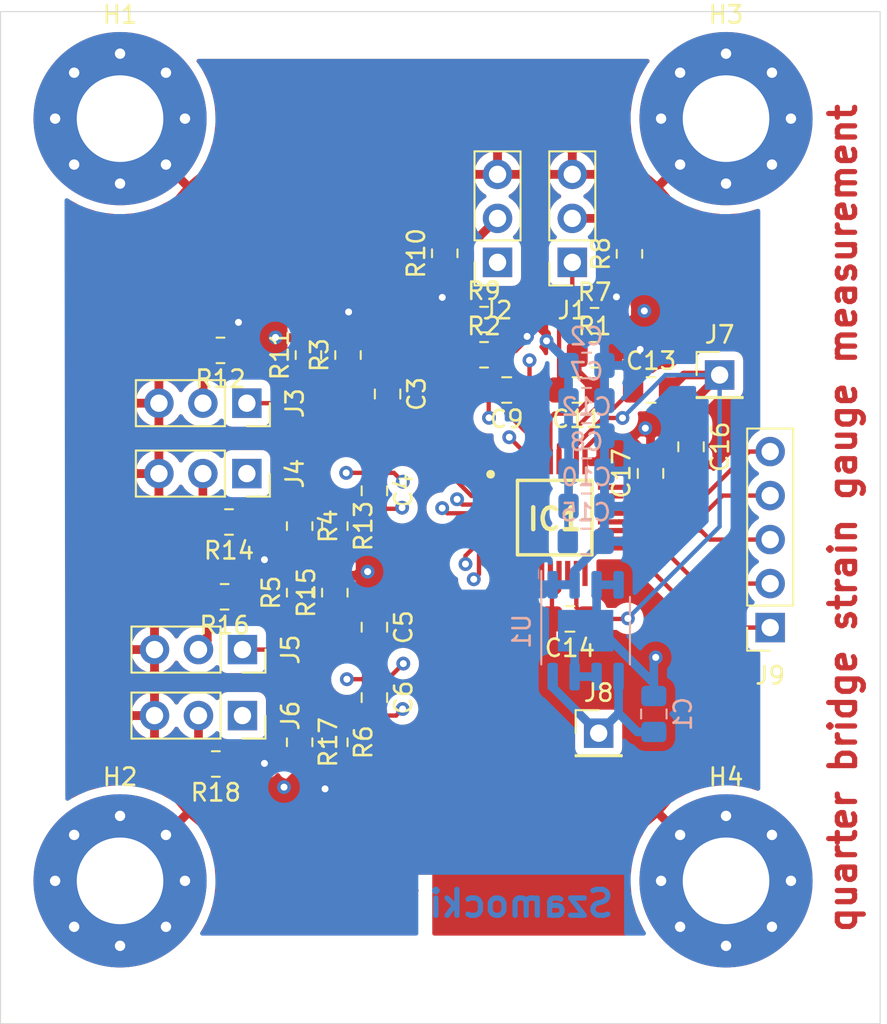
<source format=kicad_pcb>
(kicad_pcb (version 20171130) (host pcbnew "(5.1.12)-1")
  (layers (0 F.Cu signal) (1 In1.Cu signal hide) (2 In2.Cu signal hide) (31 B.Cu signal hide) (35 F.Paste user) (37 F.SilkS user) (39 F.Mask user) (44 Edge.Cuts user))
  (net 0 "")
  (net 1 GND)
  (net 2 12V)
  (net 3 10V)
  (net 4 -V2)
  (net 5 +V2)
  (net 6 +V3)
  (net 7 -V3)
  (net 8 -V4)
  (net 9 +V4)
  (net 10 +V5)
  (net 11 -V5)
  (net 12 +V1)
  (net 13 -V0)
  (net 14 +V0)
  (net 15 3.3V)
  (net 16 "Net-(C17-Pad1)")
  (net 17 "Net-(IC1-Pad9)")
  (net 18 "Net-(IC1-Pad10)")
  (net 19 "Net-(IC1-Pad11)")
  (net 20 "Net-(IC1-Pad12)")
  (net 21 "Net-(IC1-Pad14)")
  (net 22 "Net-(IC1-Pad16)")
  (net 23 "Net-(IC1-Pad18)")
  (net 24 "Net-(IC1-Pad19)")
  (net 25 "Net-(IC1-Pad20)")
  (net 26 "Net-(IC1-Pad22)")
  (net 27 "Net-(IC1-Pad23)")
  (net 28 "Net-(IC1-Pad27)")
  (net 29 "Net-(J1-Pad2)")
  (net 30 "Net-(J2-Pad2)")
  (net 31 "Net-(J3-Pad2)")
  (net 32 "Net-(J4-Pad2)")
  (net 33 "Net-(J5-Pad2)")
  (net 34 "Net-(J6-Pad2)")
  (net 35 -V1)
  (net 36 "Net-(IC1-Pad17)")
  (net 37 "Net-(IC1-Pad21)")
  (module Connector_PinSocket_2.54mm:PinSocket_1x05_P2.54mm_Vertical (layer F.Cu) (at 156.21 130.81 180)
    (fp_text reference J9 (at 0 -2.77) (layer F.SilkS))
    (fp_text value Conn_01x05_Male)
    (pad 5 thru_hole oval (at 0 10.16 180) (size 1.7 1.7) (drill 1) (layers *.Cu *.Mask) (net 37 "Net-(IC1-Pad21)"))
    (pad 4 thru_hole oval (at 0 7.62 180) (size 1.7 1.7) (drill 1) (layers *.Cu *.Mask) (net 25 "Net-(IC1-Pad20)"))
    (pad 3 thru_hole oval (at 0 5.08 180) (size 1.7 1.7) (drill 1) (layers *.Cu *.Mask) (net 24 "Net-(IC1-Pad19)"))
    (pad 2 thru_hole oval (at 0 2.54 180) (size 1.7 1.7) (drill 1) (layers *.Cu *.Mask) (net 23 "Net-(IC1-Pad18)"))
    (pad 1 thru_hole rect (at 0 0 180) (size 1.7 1.7) (drill 1) (layers *.Cu *.Mask) (net 36 "Net-(IC1-Pad17)"))
  )
  (module MountingHole:MountingHole_5mm_Pad_Via (layer F.Cu) (at 153.66 145.43)
    (fp_text reference H4 (at 0 -6) (layer F.SilkS))
    (fp_text value MountingHole_Pad)
    (pad 1 thru_hole circle (at 2.65165 -2.65165) (size 0.9 0.9) (drill 0.6) (layers *.Cu *.Mask) (net 1 GND))
    (pad 1 thru_hole circle (at 0 -3.75) (size 0.9 0.9) (drill 0.6) (layers *.Cu *.Mask) (net 1 GND))
    (pad 1 thru_hole circle (at -2.65165 -2.65165) (size 0.9 0.9) (drill 0.6) (layers *.Cu *.Mask) (net 1 GND))
    (pad 1 thru_hole circle (at -3.75 0) (size 0.9 0.9) (drill 0.6) (layers *.Cu *.Mask) (net 1 GND))
    (pad 1 thru_hole circle (at -2.65165 2.65165) (size 0.9 0.9) (drill 0.6) (layers *.Cu *.Mask) (net 1 GND))
    (pad 1 thru_hole circle (at 0 3.75) (size 0.9 0.9) (drill 0.6) (layers *.Cu *.Mask) (net 1 GND))
    (pad 1 thru_hole circle (at 2.65165 2.65165) (size 0.9 0.9) (drill 0.6) (layers *.Cu *.Mask) (net 1 GND))
    (pad 1 thru_hole circle (at 3.75 0) (size 0.9 0.9) (drill 0.6) (layers *.Cu *.Mask) (net 1 GND))
    (pad 1 thru_hole circle (at 0 0) (size 10 10) (drill 5) (layers *.Cu *.Mask) (net 1 GND))
  )
  (module MountingHole:MountingHole_5mm_Pad_Via (layer F.Cu) (at 153.66 101.43)
    (fp_text reference H3 (at 0 -6) (layer F.SilkS))
    (fp_text value MountingHole_Pad)
    (pad 1 thru_hole circle (at 2.65165 -2.65165) (size 0.9 0.9) (drill 0.6) (layers *.Cu *.Mask) (net 1 GND))
    (pad 1 thru_hole circle (at 0 -3.75) (size 0.9 0.9) (drill 0.6) (layers *.Cu *.Mask) (net 1 GND))
    (pad 1 thru_hole circle (at -2.65165 -2.65165) (size 0.9 0.9) (drill 0.6) (layers *.Cu *.Mask) (net 1 GND))
    (pad 1 thru_hole circle (at -3.75 0) (size 0.9 0.9) (drill 0.6) (layers *.Cu *.Mask) (net 1 GND))
    (pad 1 thru_hole circle (at -2.65165 2.65165) (size 0.9 0.9) (drill 0.6) (layers *.Cu *.Mask) (net 1 GND))
    (pad 1 thru_hole circle (at 0 3.75) (size 0.9 0.9) (drill 0.6) (layers *.Cu *.Mask) (net 1 GND))
    (pad 1 thru_hole circle (at 2.65165 2.65165) (size 0.9 0.9) (drill 0.6) (layers *.Cu *.Mask) (net 1 GND))
    (pad 1 thru_hole circle (at 3.75 0) (size 0.9 0.9) (drill 0.6) (layers *.Cu *.Mask) (net 1 GND))
    (pad 1 thru_hole circle (at 0 0) (size 10 10) (drill 5) (layers *.Cu *.Mask) (net 1 GND))
  )
  (module MountingHole:MountingHole_5mm_Pad_Via (layer F.Cu) (at 118.66 145.43)
    (fp_text reference H2 (at 0 -6) (layer F.SilkS))
    (fp_text value MountingHole_Pad)
    (pad 1 thru_hole circle (at 2.65165 -2.65165) (size 0.9 0.9) (drill 0.6) (layers *.Cu *.Mask) (net 1 GND))
    (pad 1 thru_hole circle (at 0 -3.75) (size 0.9 0.9) (drill 0.6) (layers *.Cu *.Mask) (net 1 GND))
    (pad 1 thru_hole circle (at -2.65165 -2.65165) (size 0.9 0.9) (drill 0.6) (layers *.Cu *.Mask) (net 1 GND))
    (pad 1 thru_hole circle (at -3.75 0) (size 0.9 0.9) (drill 0.6) (layers *.Cu *.Mask) (net 1 GND))
    (pad 1 thru_hole circle (at -2.65165 2.65165) (size 0.9 0.9) (drill 0.6) (layers *.Cu *.Mask) (net 1 GND))
    (pad 1 thru_hole circle (at 0 3.75) (size 0.9 0.9) (drill 0.6) (layers *.Cu *.Mask) (net 1 GND))
    (pad 1 thru_hole circle (at 2.65165 2.65165) (size 0.9 0.9) (drill 0.6) (layers *.Cu *.Mask) (net 1 GND))
    (pad 1 thru_hole circle (at 3.75 0) (size 0.9 0.9) (drill 0.6) (layers *.Cu *.Mask) (net 1 GND))
    (pad 1 thru_hole circle (at 0 0) (size 10 10) (drill 5) (layers *.Cu *.Mask) (net 1 GND))
  )
  (module MountingHole:MountingHole_5mm_Pad_Via (layer F.Cu) (at 118.66 101.43)
    (fp_text reference H1 (at 0 -6) (layer F.SilkS))
    (fp_text value MountingHole_Pad)
    (pad 1 thru_hole circle (at 2.65165 -2.65165) (size 0.9 0.9) (drill 0.6) (layers *.Cu *.Mask) (net 1 GND))
    (pad 1 thru_hole circle (at 0 -3.75) (size 0.9 0.9) (drill 0.6) (layers *.Cu *.Mask) (net 1 GND))
    (pad 1 thru_hole circle (at -2.65165 -2.65165) (size 0.9 0.9) (drill 0.6) (layers *.Cu *.Mask) (net 1 GND))
    (pad 1 thru_hole circle (at -3.75 0) (size 0.9 0.9) (drill 0.6) (layers *.Cu *.Mask) (net 1 GND))
    (pad 1 thru_hole circle (at -2.65165 2.65165) (size 0.9 0.9) (drill 0.6) (layers *.Cu *.Mask) (net 1 GND))
    (pad 1 thru_hole circle (at 0 3.75) (size 0.9 0.9) (drill 0.6) (layers *.Cu *.Mask) (net 1 GND))
    (pad 1 thru_hole circle (at 2.65165 2.65165) (size 0.9 0.9) (drill 0.6) (layers *.Cu *.Mask) (net 1 GND))
    (pad 1 thru_hole circle (at 3.75 0) (size 0.9 0.9) (drill 0.6) (layers *.Cu *.Mask) (net 1 GND))
    (pad 1 thru_hole circle (at 0 0) (size 10 10) (drill 5) (layers *.Cu *.Mask) (net 1 GND))
  )
  (module Connector_PinSocket_2.54mm:PinSocket_1x03_P2.54mm_Vertical (layer F.Cu) (at 125.73 135.89 270)
    (fp_text reference J6 (at 0 -2.77 90) (layer F.SilkS))
    (fp_text value Conn_01x03_Male)
    (pad 3 thru_hole oval (at 0 5.08 270) (size 1.7 1.7) (drill 1) (layers *.Cu *.Mask) (net 1 GND))
    (pad 2 thru_hole oval (at 0 2.54 270) (size 1.7 1.7) (drill 1) (layers *.Cu *.Mask) (net 34 "Net-(J6-Pad2)"))
    (pad 1 thru_hole rect (at 0 0 270) (size 1.7 1.7) (drill 1) (layers *.Cu *.Mask) (net 11 -V5))
  )
  (module Connector_PinSocket_2.54mm:PinSocket_1x03_P2.54mm_Vertical (layer F.Cu) (at 125.73 132.08 270)
    (fp_text reference J5 (at 0 -2.77 90) (layer F.SilkS))
    (fp_text value Conn_01x03_Male)
    (pad 3 thru_hole oval (at 0 5.08 270) (size 1.7 1.7) (drill 1) (layers *.Cu *.Mask) (net 1 GND))
    (pad 2 thru_hole oval (at 0 2.54 270) (size 1.7 1.7) (drill 1) (layers *.Cu *.Mask) (net 33 "Net-(J5-Pad2)"))
    (pad 1 thru_hole rect (at 0 0 270) (size 1.7 1.7) (drill 1) (layers *.Cu *.Mask) (net 8 -V4))
  )
  (module Connector_PinSocket_2.54mm:PinSocket_1x03_P2.54mm_Vertical (layer F.Cu) (at 125.984 121.92 270)
    (fp_text reference J4 (at 0 -2.77 90) (layer F.SilkS))
    (fp_text value Conn_01x03_Male)
    (pad 3 thru_hole oval (at 0 5.08 270) (size 1.7 1.7) (drill 1) (layers *.Cu *.Mask) (net 1 GND))
    (pad 2 thru_hole oval (at 0 2.54 270) (size 1.7 1.7) (drill 1) (layers *.Cu *.Mask) (net 32 "Net-(J4-Pad2)"))
    (pad 1 thru_hole rect (at 0 0 270) (size 1.7 1.7) (drill 1) (layers *.Cu *.Mask) (net 7 -V3))
  )
  (module Connector_PinSocket_2.54mm:PinSocket_1x03_P2.54mm_Vertical (layer F.Cu) (at 125.984 117.856 270)
    (fp_text reference J3 (at 0 -2.77 90) (layer F.SilkS))
    (fp_text value Conn_01x03_Male)
    (pad 3 thru_hole oval (at 0 5.08 270) (size 1.7 1.7) (drill 1) (layers *.Cu *.Mask) (net 1 GND))
    (pad 2 thru_hole oval (at 0 2.54 270) (size 1.7 1.7) (drill 1) (layers *.Cu *.Mask) (net 31 "Net-(J3-Pad2)"))
    (pad 1 thru_hole rect (at 0 0 270) (size 1.7 1.7) (drill 1) (layers *.Cu *.Mask) (net 4 -V2))
  )
  (module Connector_PinSocket_2.54mm:PinSocket_1x03_P2.54mm_Vertical (layer F.Cu) (at 140.462 109.728 180)
    (fp_text reference J2 (at 0 -2.77) (layer F.SilkS))
    (fp_text value Conn_01x03_Male)
    (pad 3 thru_hole oval (at 0 5.08 180) (size 1.7 1.7) (drill 1) (layers *.Cu *.Mask) (net 1 GND))
    (pad 2 thru_hole oval (at 0 2.54 180) (size 1.7 1.7) (drill 1) (layers *.Cu *.Mask) (net 30 "Net-(J2-Pad2)"))
    (pad 1 thru_hole rect (at 0 0 180) (size 1.7 1.7) (drill 1) (layers *.Cu *.Mask) (net 35 -V1))
  )
  (module Connector_PinSocket_2.54mm:PinSocket_1x03_P2.54mm_Vertical (layer F.Cu) (at 144.78 109.728 180)
    (fp_text reference J1 (at 0 -2.77) (layer F.SilkS))
    (fp_text value Conn_01x03_Male)
    (pad 3 thru_hole oval (at 0 5.08 180) (size 1.7 1.7) (drill 1) (layers *.Cu *.Mask) (net 1 GND))
    (pad 2 thru_hole oval (at 0 2.54 180) (size 1.7 1.7) (drill 1) (layers *.Cu *.Mask) (net 29 "Net-(J1-Pad2)"))
    (pad 1 thru_hole rect (at 0 0 180) (size 1.7 1.7) (drill 1) (layers *.Cu *.Mask) (net 13 -V0))
  )
  (module Connector_PinHeader_2.54mm:PinHeader_1x01_P2.54mm_Vertical (layer F.Cu) (at 146.304 136.906)
    (fp_text reference J8 (at 0 -2.33) (layer F.SilkS))
    (fp_text value Conn_01x01_Male)
    (pad 1 thru_hole rect (at 0 0) (size 1.7 1.7) (drill 1) (layers *.Cu *.Mask) (net 2 12V))
  )
  (module Package_SO:HTSOP-8-1EP_3.9x4.9mm_P1.27mm_EP2.4x3.2mm (layer B.Cu) (at 145.55 130.99 270)
    (fp_text reference U1 (at 0.04 3.69 90) (layer B.SilkS) (effects (justify mirror)))
    (fp_text value BDJ0GA5WEFJ)
    (pad 9 smd rect (at 0 0 270) (size 2.4 3.2) (layers B.Cu B.Mask) (net 1 GND))
    (pad 8 smd roundrect (at 2.65 1.905 270) (size 1.6 0.6) (layers B.Cu B.Paste B.Mask) (net 2 12V))
    (pad 7 smd roundrect (at 2.65 0.635 270) (size 1.6 0.6) (layers B.Cu B.Paste B.Mask) (net 1 GND))
    (pad 6 smd roundrect (at 2.65 -0.635 270) (size 1.6 0.6) (layers B.Cu B.Paste B.Mask) (net 1 GND))
    (pad 5 smd roundrect (at 2.65 -1.905 270) (size 1.6 0.6) (layers B.Cu B.Paste B.Mask) (net 2 12V))
    (pad 4 smd roundrect (at -2.65 -1.905 270) (size 1.6 0.6) (layers B.Cu B.Paste B.Mask) (net 1 GND))
    (pad 3 smd roundrect (at -2.65 -0.635 270) (size 1.6 0.6) (layers B.Cu B.Paste B.Mask) (net 1 GND))
    (pad 2 smd roundrect (at -2.65 0.635 270) (size 1.6 0.6) (layers B.Cu B.Paste B.Mask) (net 3 10V))
    (pad 1 smd roundrect (at -2.65 1.905 270) (size 1.6 0.6) (layers B.Cu B.Paste B.Mask) (net 3 10V))
  )
  (module Resistor_SMD:R_0805_2012Metric_Pad1.20x1.40mm_HandSolder (layer F.Cu) (at 124.19 138.684 180)
    (fp_text reference R18 (at 0 -1.65) (layer F.SilkS))
    (fp_text value 352)
    (pad 2 smd roundrect (at 1 0 180) (size 1.2 1.4) (layers F.Cu F.Paste F.Mask) (roundrect_rratio 0.2083325) (net 34 "Net-(J6-Pad2)"))
    (pad 1 smd roundrect (at -1 0 180) (size 1.2 1.4) (layers F.Cu F.Paste F.Mask) (roundrect_rratio 0.2083325) (net 3 10V))
  )
  (module Resistor_SMD:R_0805_2012Metric_Pad1.20x1.40mm_HandSolder (layer F.Cu) (at 129.032 137.43 270)
    (fp_text reference R17 (at 0 -1.65 90) (layer F.SilkS))
    (fp_text value 352)
    (pad 2 smd roundrect (at 1 0 270) (size 1.2 1.4) (layers F.Cu F.Paste F.Mask) (roundrect_rratio 0.208) (net 1 GND))
    (pad 1 smd roundrect (at -1 0 270) (size 1.2 1.4) (layers F.Cu F.Paste F.Mask) (roundrect_rratio 0.2083325) (net 10 +V5))
  )
  (module Resistor_SMD:R_0805_2012Metric_Pad1.20x1.40mm_HandSolder (layer F.Cu) (at 124.698 129.032 180)
    (fp_text reference R16 (at 0 -1.65) (layer F.SilkS))
    (fp_text value 352)
    (pad 2 smd roundrect (at 1 0 180) (size 1.2 1.4) (layers F.Cu F.Paste F.Mask) (roundrect_rratio 0.2083325) (net 33 "Net-(J5-Pad2)"))
    (pad 1 smd roundrect (at -1 0 180) (size 1.2 1.4) (layers F.Cu F.Paste F.Mask) (roundrect_rratio 0.2083325) (net 3 10V))
  )
  (module Resistor_SMD:R_0805_2012Metric_Pad1.20x1.40mm_HandSolder (layer F.Cu) (at 131.064 128.794 90)
    (fp_text reference R15 (at 0 -1.65 90) (layer F.SilkS))
    (fp_text value 352)
    (pad 2 smd roundrect (at 1 0 90) (size 1.2 1.4) (layers F.Cu F.Paste F.Mask) (roundrect_rratio 0.2083325) (net 1 GND))
    (pad 1 smd roundrect (at -1 0 90) (size 1.2 1.4) (layers F.Cu F.Paste F.Mask) (roundrect_rratio 0.2083325) (net 9 +V4))
  )
  (module Resistor_SMD:R_0805_2012Metric_Pad1.20x1.40mm_HandSolder (layer F.Cu) (at 124.952 124.714 180)
    (fp_text reference R14 (at 0 -1.65) (layer F.SilkS))
    (fp_text value 352)
    (pad 2 smd roundrect (at 1 0 180) (size 1.2 1.4) (layers F.Cu F.Paste F.Mask) (roundrect_rratio 0.2083325) (net 32 "Net-(J4-Pad2)"))
    (pad 1 smd roundrect (at -1 0 180) (size 1.2 1.4) (layers F.Cu F.Paste F.Mask) (roundrect_rratio 0.2083325) (net 3 10V))
  )
  (module Resistor_SMD:R_0805_2012Metric_Pad1.20x1.40mm_HandSolder (layer F.Cu) (at 131.064 124.952 270)
    (fp_text reference R13 (at 0 -1.65 90) (layer F.SilkS))
    (fp_text value 352)
    (pad 2 smd roundrect (at 1 0 270) (size 1.2 1.4) (layers F.Cu F.Paste F.Mask) (roundrect_rratio 0.2083325) (net 1 GND))
    (pad 1 smd roundrect (at -1 0 270) (size 1.2 1.4) (layers F.Cu F.Paste F.Mask) (roundrect_rratio 0.2083325) (net 6 +V3))
  )
  (module Resistor_SMD:R_0805_2012Metric_Pad1.20x1.40mm_HandSolder (layer F.Cu) (at 124.46 114.808 180)
    (fp_text reference R12 (at 0 -1.65) (layer F.SilkS))
    (fp_text value 352)
    (pad 2 smd roundrect (at 1 0 180) (size 1.2 1.4) (layers F.Cu F.Paste F.Mask) (roundrect_rratio 0.208) (net 31 "Net-(J3-Pad2)"))
    (pad 1 smd roundrect (at -1 0 180) (size 1.2 1.4) (layers F.Cu F.Paste F.Mask) (roundrect_rratio 0.2083325) (net 3 10V))
  )
  (module Resistor_SMD:R_0805_2012Metric_Pad1.20x1.40mm_HandSolder (layer F.Cu) (at 129.54 115.078 90)
    (fp_text reference R11 (at 0 -1.65 90) (layer F.SilkS))
    (fp_text value 352)
    (pad 2 smd roundrect (at 1 0 90) (size 1.2 1.4) (layers F.Cu F.Paste F.Mask) (roundrect_rratio 0.2083325) (net 1 GND))
    (pad 1 smd roundrect (at -1 0 90) (size 1.2 1.4) (layers F.Cu F.Paste F.Mask) (roundrect_rratio 0.2083325) (net 5 +V2))
  )
  (module Resistor_SMD:R_0805_2012Metric_Pad1.20x1.40mm_HandSolder (layer F.Cu) (at 137.414 109.204 90)
    (fp_text reference R10 (at 0 -1.65 90) (layer F.SilkS))
    (fp_text value 352)
    (pad 2 smd roundrect (at 1 0 90) (size 1.2 1.4) (layers F.Cu F.Paste F.Mask) (roundrect_rratio 0.2083325) (net 30 "Net-(J2-Pad2)"))
    (pad 1 smd roundrect (at -1 0 90) (size 1.2 1.4) (layers F.Cu F.Paste F.Mask) (roundrect_rratio 0.2083325) (net 3 10V))
  )
  (module Resistor_SMD:R_0805_2012Metric_Pad1.20x1.40mm_HandSolder (layer F.Cu) (at 139.684 113.03)
    (fp_text reference R9 (at 0 -1.65) (layer F.SilkS))
    (fp_text value 352)
    (pad 2 smd roundrect (at 1 0) (size 1.2 1.4) (layers F.Cu F.Paste F.Mask) (roundrect_rratio 0.2083325) (net 1 GND))
    (pad 1 smd roundrect (at -1 0) (size 1.2 1.4) (layers F.Cu F.Paste F.Mask) (roundrect_rratio 0.2083325) (net 12 +V1))
  )
  (module Resistor_SMD:R_0805_2012Metric_Pad1.20x1.40mm_HandSolder (layer F.Cu) (at 148.082 109.236 90)
    (fp_text reference R8 (at 0 -1.65 90) (layer F.SilkS))
    (fp_text value 352)
    (pad 2 smd roundrect (at 1 0 90) (size 1.2 1.4) (layers F.Cu F.Paste F.Mask) (roundrect_rratio 0.2083325) (net 29 "Net-(J1-Pad2)"))
    (pad 1 smd roundrect (at -1 0 90) (size 1.2 1.4) (layers F.Cu F.Paste F.Mask) (roundrect_rratio 0.2083325) (net 3 10V))
  )
  (module Resistor_SMD:R_0805_2012Metric_Pad1.20x1.40mm_HandSolder (layer F.Cu) (at 146.066 113.0935)
    (fp_text reference R7 (at 0 -1.65) (layer F.SilkS))
    (fp_text value 352)
    (pad 2 smd roundrect (at 1 0) (size 1.2 1.4) (layers F.Cu F.Paste F.Mask) (roundrect_rratio 0.2083325) (net 1 GND))
    (pad 1 smd roundrect (at -1 0) (size 1.2 1.4) (layers F.Cu F.Paste F.Mask) (roundrect_rratio 0.2083325) (net 14 +V0))
  )
  (module Resistor_SMD:R_0805_2012Metric_Pad1.20x1.40mm_HandSolder (layer F.Cu) (at 131.064 137.43 270)
    (fp_text reference R6 (at 0 -1.65 90) (layer F.SilkS))
    (fp_text value 352)
    (pad 2 smd roundrect (at 1 0 270) (size 1.2 1.4) (layers F.Cu F.Paste F.Mask) (roundrect_rratio 0.2083325) (net 3 10V))
    (pad 1 smd roundrect (at -1 0 270) (size 1.2 1.4) (layers F.Cu F.Paste F.Mask) (roundrect_rratio 0.2083325) (net 10 +V5))
  )
  (module Resistor_SMD:R_0805_2012Metric_Pad1.20x1.40mm_HandSolder (layer F.Cu) (at 129.032 128.794 90)
    (fp_text reference R5 (at 0 -1.65 90) (layer F.SilkS))
    (fp_text value 352)
    (pad 2 smd roundrect (at 1 0 90) (size 1.2 1.4) (layers F.Cu F.Paste F.Mask) (roundrect_rratio 0.2083325) (net 3 10V))
    (pad 1 smd roundrect (at -1 0 90) (size 1.2 1.4) (layers F.Cu F.Paste F.Mask) (roundrect_rratio 0.2083325) (net 9 +V4))
  )
  (module Resistor_SMD:R_0805_2012Metric_Pad1.20x1.40mm_HandSolder (layer F.Cu) (at 129.032 124.952 270)
    (fp_text reference R4 (at 0 -1.65 90) (layer F.SilkS))
    (fp_text value 352)
    (pad 2 smd roundrect (at 1 0 270) (size 1.2 1.4) (layers F.Cu F.Paste F.Mask) (roundrect_rratio 0.2083325) (net 3 10V))
    (pad 1 smd roundrect (at -1 0 270) (size 1.2 1.4) (layers F.Cu F.Paste F.Mask) (roundrect_rratio 0.2083325) (net 6 +V3))
  )
  (module Resistor_SMD:R_0805_2012Metric_Pad1.20x1.40mm_HandSolder (layer F.Cu) (at 131.826 115.078 90)
    (fp_text reference R3 (at 0 -1.65 90) (layer F.SilkS))
    (fp_text value 352)
    (pad 2 smd roundrect (at 1 0 90) (size 1.2 1.4) (layers F.Cu F.Paste F.Mask) (roundrect_rratio 0.2083325) (net 3 10V))
    (pad 1 smd roundrect (at -1 0 90) (size 1.2 1.4) (layers F.Cu F.Paste F.Mask) (roundrect_rratio 0.208) (net 5 +V2))
  )
  (module Resistor_SMD:R_0805_2012Metric_Pad1.20x1.40mm_HandSolder (layer F.Cu) (at 139.684 115.062)
    (fp_text reference R2 (at 0 -1.65) (layer F.SilkS))
    (fp_text value 352)
    (pad 2 smd roundrect (at 1 0) (size 1.2 1.4) (layers F.Cu F.Paste F.Mask) (roundrect_rratio 0.2083325) (net 3 10V))
    (pad 1 smd roundrect (at -1 0) (size 1.2 1.4) (layers F.Cu F.Paste F.Mask) (roundrect_rratio 0.2083325) (net 12 +V1))
  )
  (module Resistor_SMD:R_0805_2012Metric_Pad1.20x1.40mm_HandSolder (layer F.Cu) (at 146.066 115.062)
    (fp_text reference R1 (at 0 -1.65) (layer F.SilkS))
    (fp_text value 352)
    (pad 2 smd roundrect (at 1 0) (size 1.2 1.4) (layers F.Cu F.Paste F.Mask) (roundrect_rratio 0.2083325) (net 3 10V))
    (pad 1 smd roundrect (at -1 0) (size 1.2 1.4) (layers F.Cu F.Paste F.Mask) (roundrect_rratio 0.2083325) (net 14 +V0))
  )
  (module Connector_PinHeader_2.54mm:PinHeader_1x01_P2.54mm_Vertical (layer F.Cu) (at 153.29 116.23)
    (fp_text reference J7 (at 0 -2.33) (layer F.SilkS))
    (fp_text value Conn_01x01_Male)
    (pad 1 thru_hole rect (at 0 0) (size 1.7 1.7) (drill 1) (layers *.Cu *.Mask) (net 15 3.3V))
  )
  (module StrainGaugeAdditional:ADS131M06IPBSR (layer F.Cu) (at 143.764 124.46)
    (fp_text reference IC1 (at 0 0.096) (layer F.SilkS) (effects (font (size 1.27 1.27) (thickness 0.254))))
    (fp_text value ADS131M06IPBSR hide)
    (pad 1 smd rect (at -3.225 -1.75 90) (size 0.3 1.45) (layers F.Cu F.Paste F.Mask) (net 5 +V2))
    (pad 2 smd rect (at -3.225 -1.25 90) (size 0.3 1.45) (layers F.Cu F.Paste F.Mask) (net 4 -V2))
    (pad 3 smd rect (at -3.225 -0.75 90) (size 0.3 1.45) (layers F.Cu F.Paste F.Mask) (net 7 -V3))
    (pad 4 smd rect (at -3.225 -0.25 90) (size 0.3 1.45) (layers F.Cu F.Paste F.Mask) (net 6 +V3))
    (pad 5 smd rect (at -3.225 0.25 90) (size 0.3 1.45) (layers F.Cu F.Paste F.Mask) (net 9 +V4))
    (pad 6 smd rect (at -3.225 0.75 90) (size 0.3 1.45) (layers F.Cu F.Paste F.Mask) (net 8 -V4))
    (pad 7 smd rect (at -3.225 1.25 90) (size 0.3 1.45) (layers F.Cu F.Paste F.Mask) (net 11 -V5))
    (pad 8 smd rect (at -3.225 1.75 90) (size 0.3 1.45) (layers F.Cu F.Paste F.Mask) (net 10 +V5))
    (pad 9 smd rect (at -1.75 3.225) (size 0.3 1.45) (layers F.Cu F.Paste F.Mask) (net 17 "Net-(IC1-Pad9)"))
    (pad 10 smd rect (at -1.25 3.225) (size 0.3 1.45) (layers F.Cu F.Paste F.Mask) (net 18 "Net-(IC1-Pad10)"))
    (pad 11 smd rect (at -0.75 3.225) (size 0.3 1.45) (layers F.Cu F.Paste F.Mask) (net 19 "Net-(IC1-Pad11)"))
    (pad 12 smd rect (at -0.25 3.225) (size 0.3 1.45) (layers F.Cu F.Paste F.Mask) (net 20 "Net-(IC1-Pad12)"))
    (pad 13 smd rect (at 0.25 3.225) (size 0.3 1.45) (layers F.Cu F.Paste F.Mask) (net 1 GND))
    (pad 14 smd rect (at 0.75 3.225) (size 0.3 1.45) (layers F.Cu F.Paste F.Mask) (net 21 "Net-(IC1-Pad14)"))
    (pad 15 smd rect (at 1.25 3.225) (size 0.3 1.45) (layers F.Cu F.Paste F.Mask) (net 15 3.3V))
    (pad 16 smd rect (at 1.75 3.225) (size 0.3 1.45) (layers F.Cu F.Paste F.Mask) (net 22 "Net-(IC1-Pad16)"))
    (pad 17 smd rect (at 3.225 1.75 90) (size 0.3 1.45) (layers F.Cu F.Paste F.Mask) (net 36 "Net-(IC1-Pad17)"))
    (pad 18 smd rect (at 3.225 1.25 90) (size 0.3 1.45) (layers F.Cu F.Paste F.Mask) (net 23 "Net-(IC1-Pad18)"))
    (pad 19 smd rect (at 3.225 0.75 90) (size 0.3 1.45) (layers F.Cu F.Paste F.Mask) (net 24 "Net-(IC1-Pad19)"))
    (pad 20 smd rect (at 3.225 0.25 90) (size 0.3 1.45) (layers F.Cu F.Paste F.Mask) (net 25 "Net-(IC1-Pad20)"))
    (pad 21 smd rect (at 3.225 -0.25 90) (size 0.3 1.45) (layers F.Cu F.Paste F.Mask) (net 37 "Net-(IC1-Pad21)"))
    (pad 22 smd rect (at 3.225 -0.75 90) (size 0.3 1.45) (layers F.Cu F.Paste F.Mask) (net 26 "Net-(IC1-Pad22)"))
    (pad 23 smd rect (at 3.225 -1.25 90) (size 0.3 1.45) (layers F.Cu F.Paste F.Mask) (net 27 "Net-(IC1-Pad23)"))
    (pad 24 smd rect (at 3.225 -1.75 90) (size 0.3 1.45) (layers F.Cu F.Paste F.Mask) (net 16 "Net-(C17-Pad1)"))
    (pad 25 smd rect (at 1.75 -3.225) (size 0.3 1.45) (layers F.Cu F.Paste F.Mask) (net 1 GND))
    (pad 26 smd rect (at 1.25 -3.225) (size 0.3 1.45) (layers F.Cu F.Paste F.Mask) (net 15 3.3V))
    (pad 27 smd rect (at 0.75 -3.225) (size 0.3 1.45) (layers F.Cu F.Paste F.Mask) (net 28 "Net-(IC1-Pad27)"))
    (pad 28 smd rect (at 0.25 -3.225) (size 0.3 1.45) (layers F.Cu F.Paste F.Mask) (net 1 GND))
    (pad 29 smd rect (at -0.25 -3.225) (size 0.3 1.45) (layers F.Cu F.Paste F.Mask) (net 14 +V0))
    (pad 30 smd rect (at -0.75 -3.225) (size 0.3 1.45) (layers F.Cu F.Paste F.Mask) (net 13 -V0))
    (pad 31 smd rect (at -1.25 -3.225) (size 0.3 1.45) (layers F.Cu F.Paste F.Mask) (net 35 -V1))
    (pad 32 smd rect (at -1.75 -3.225) (size 0.3 1.45) (layers F.Cu F.Paste F.Mask) (net 12 +V1))
  )
  (module Capacitor_SMD:C_0805_2012Metric_Pad1.18x1.45mm_HandSolder (layer F.Cu) (at 149.3 121.9125 90)
    (fp_text reference C17 (at 0 -1.68 90) (layer F.SilkS))
    (fp_text value 220nF)
    (pad 2 smd roundrect (at 1.0375 0 90) (size 1.175 1.45) (layers F.Cu F.Paste F.Mask) (roundrect_rratio 0.2127659574468085) (net 1 GND))
    (pad 1 smd roundrect (at -1.0375 0 90) (size 1.175 1.45) (layers F.Cu F.Paste F.Mask) (roundrect_rratio 0.2127659574468085) (net 16 "Net-(C17-Pad1)"))
  )
  (module Capacitor_SMD:C_0805_2012Metric_Pad1.18x1.45mm_HandSolder (layer F.Cu) (at 151.638 120.3745 270)
    (fp_text reference C16 (at 0 -1.68 90) (layer F.SilkS))
    (fp_text value 1uF)
    (pad 2 smd roundrect (at 1.0375 0 270) (size 1.175 1.45) (layers F.Cu F.Paste F.Mask) (roundrect_rratio 0.2127659574468085) (net 1 GND))
    (pad 1 smd roundrect (at -1.0375 0 270) (size 1.175 1.45) (layers F.Cu F.Paste F.Mask) (roundrect_rratio 0.2127659574468085) (net 15 3.3V))
  )
  (module Capacitor_SMD:C_0805_2012Metric_Pad1.18x1.45mm_HandSolder (layer B.Cu) (at 145.5585 125.838 180)
    (fp_text reference C15 (at 0 1.68) (layer B.SilkS) (effects (justify mirror)))
    (fp_text value 3uF)
    (pad 2 smd roundrect (at 1.0375 0 180) (size 1.175 1.45) (layers B.Cu B.Paste B.Mask) (roundrect_rratio 0.2127659574468085) (net 1 GND))
    (pad 1 smd roundrect (at -1.0375 0 180) (size 1.175 1.45) (layers B.Cu B.Paste B.Mask) (roundrect_rratio 0.2127659574468085) (net 3 10V))
  )
  (module Capacitor_SMD:C_0805_2012Metric_Pad1.18x1.45mm_HandSolder (layer F.Cu) (at 144.6425 130.31 180)
    (fp_text reference C14 (at 0 -1.68) (layer F.SilkS))
    (fp_text value 1uF)
    (pad 2 smd roundrect (at 1.0375 0 180) (size 1.175 1.45) (layers F.Cu F.Paste F.Mask) (roundrect_rratio 0.2127659574468085) (net 1 GND))
    (pad 1 smd roundrect (at -1.0375 0 180) (size 1.175 1.45) (layers F.Cu F.Paste F.Mask) (roundrect_rratio 0.2127659574468085) (net 15 3.3V))
  )
  (module Capacitor_SMD:C_0805_2012Metric_Pad1.18x1.45mm_HandSolder (layer F.Cu) (at 149.3305 117.094)
    (fp_text reference C13 (at 0 -1.68) (layer F.SilkS))
    (fp_text value 1uF)
    (pad 2 smd roundrect (at 1.0375 0) (size 1.175 1.45) (layers F.Cu F.Paste F.Mask) (roundrect_rratio 0.213) (net 15 3.3V))
    (pad 1 smd roundrect (at -1.0375 0) (size 1.175 1.45) (layers F.Cu F.Paste F.Mask) (roundrect_rratio 0.2127659574468085) (net 1 GND))
  )
  (module Capacitor_SMD:C_0805_2012Metric_Pad1.18x1.45mm_HandSolder (layer B.Cu) (at 145.6015 119.742 180)
    (fp_text reference C12 (at 0 1.68) (layer B.SilkS) (effects (justify mirror)))
    (fp_text value 100nF)
    (pad 2 smd roundrect (at 1.0375 0 180) (size 1.175 1.45) (layers B.Cu B.Paste B.Mask) (roundrect_rratio 0.2127659574468085) (net 1 GND))
    (pad 1 smd roundrect (at -1.0375 0 180) (size 1.175 1.45) (layers B.Cu B.Paste B.Mask) (roundrect_rratio 0.2127659574468085) (net 3 10V))
  )
  (module Capacitor_SMD:C_0805_2012Metric_Pad1.18x1.45mm_HandSolder (layer F.Cu) (at 145.0555 117.094 180)
    (fp_text reference C11 (at 0 -1.68) (layer F.SilkS))
    (fp_text value 3uF)
    (pad 2 smd roundrect (at 1.0375 0 180) (size 1.175 1.45) (layers F.Cu F.Paste F.Mask) (roundrect_rratio 0.2127659574468085) (net 13 -V0))
    (pad 1 smd roundrect (at -1.0375 0 180) (size 1.175 1.45) (layers F.Cu F.Paste F.Mask) (roundrect_rratio 0.2127659574468085) (net 14 +V0))
  )
  (module Capacitor_SMD:C_0805_2012Metric_Pad1.18x1.45mm_HandSolder (layer B.Cu) (at 145.6015 123.806 180)
    (fp_text reference C10 (at 0 1.68) (layer B.SilkS) (effects (justify mirror)))
    (fp_text value 100nF)
    (pad 2 smd roundrect (at 1.0375 0 180) (size 1.175 1.45) (layers B.Cu B.Paste B.Mask) (roundrect_rratio 0.2127659574468085) (net 1 GND))
    (pad 1 smd roundrect (at -1.0375 0 180) (size 1.175 1.45) (layers B.Cu B.Paste B.Mask) (roundrect_rratio 0.2127659574468085) (net 3 10V))
  )
  (module Capacitor_SMD:C_0805_2012Metric_Pad1.18x1.45mm_HandSolder (layer F.Cu) (at 140.9915 117.094 180)
    (fp_text reference C9 (at 0 -1.68) (layer F.SilkS))
    (fp_text value 3uF)
    (pad 2 smd roundrect (at 1.0375 0 180) (size 1.175 1.45) (layers F.Cu F.Paste F.Mask) (roundrect_rratio 0.2127659574468085) (net 12 +V1))
    (pad 1 smd roundrect (at -1.0375 0 180) (size 1.175 1.45) (layers F.Cu F.Paste F.Mask) (roundrect_rratio 0.2127659574468085) (net 35 -V1))
  )
  (module Capacitor_SMD:C_0805_2012Metric_Pad1.18x1.45mm_HandSolder (layer B.Cu) (at 145.6015 121.774 180)
    (fp_text reference C8 (at 0 1.68) (layer B.SilkS) (effects (justify mirror)))
    (fp_text value 100nF)
    (pad 2 smd roundrect (at 1.0375 0 180) (size 1.175 1.45) (layers B.Cu B.Paste B.Mask) (roundrect_rratio 0.2127659574468085) (net 1 GND))
    (pad 1 smd roundrect (at -1.0375 0 180) (size 1.175 1.45) (layers B.Cu B.Paste B.Mask) (roundrect_rratio 0.2127659574468085) (net 3 10V))
  )
  (module Capacitor_SMD:C_0805_2012Metric_Pad1.18x1.45mm_HandSolder (layer B.Cu) (at 145.6015 117.71 180)
    (fp_text reference C7 (at 0 1.68) (layer B.SilkS) (effects (justify mirror)))
    (fp_text value 10uF)
    (pad 2 smd roundrect (at 1.0375 0 180) (size 1.175 1.45) (layers B.Cu B.Paste B.Mask) (roundrect_rratio 0.213) (net 1 GND))
    (pad 1 smd roundrect (at -1.0375 0 180) (size 1.175 1.45) (layers B.Cu B.Paste B.Mask) (roundrect_rratio 0.2127659574468085) (net 3 10V))
  )
  (module Capacitor_SMD:C_0805_2012Metric_Pad1.18x1.45mm_HandSolder (layer F.Cu) (at 133.35 134.8525 270)
    (fp_text reference C6 (at 0 -1.68 90) (layer F.SilkS))
    (fp_text value 3uF)
    (pad 2 smd roundrect (at 1.0375 0 270) (size 1.175 1.45) (layers F.Cu F.Paste F.Mask) (roundrect_rratio 0.2127659574468085) (net 10 +V5))
    (pad 1 smd roundrect (at -1.0375 0 270) (size 1.175 1.45) (layers F.Cu F.Paste F.Mask) (roundrect_rratio 0.2127659574468085) (net 11 -V5))
  )
  (module Capacitor_SMD:C_0805_2012Metric_Pad1.18x1.45mm_HandSolder (layer F.Cu) (at 133.35 130.7885 270)
    (fp_text reference C5 (at 0 -1.68 90) (layer F.SilkS))
    (fp_text value 3uF)
    (pad 2 smd roundrect (at 1.0375 0 270) (size 1.175 1.45) (layers F.Cu F.Paste F.Mask) (roundrect_rratio 0.213) (net 8 -V4))
    (pad 1 smd roundrect (at -1.0375 0 270) (size 1.175 1.45) (layers F.Cu F.Paste F.Mask) (roundrect_rratio 0.2127659574468085) (net 9 +V4))
  )
  (module Capacitor_SMD:C_0805_2012Metric_Pad1.18x1.45mm_HandSolder (layer F.Cu) (at 133.35 122.9145 270)
    (fp_text reference C4 (at 0 -1.68 90) (layer F.SilkS))
    (fp_text value 3uF)
    (pad 2 smd roundrect (at 1.0375 0 270) (size 1.175 1.45) (layers F.Cu F.Paste F.Mask) (roundrect_rratio 0.2127659574468085) (net 6 +V3))
    (pad 1 smd roundrect (at -1.0375 0 270) (size 1.175 1.45) (layers F.Cu F.Paste F.Mask) (roundrect_rratio 0.2127659574468085) (net 7 -V3))
  )
  (module Capacitor_SMD:C_0805_2012Metric_Pad1.18x1.45mm_HandSolder (layer F.Cu) (at 134.112 117.3265 270)
    (fp_text reference C3 (at 0 -1.68 90) (layer F.SilkS))
    (fp_text value 3uF)
    (pad 2 smd roundrect (at 1.0375 0 270) (size 1.175 1.45) (layers F.Cu F.Paste F.Mask) (roundrect_rratio 0.213) (net 4 -V2))
    (pad 1 smd roundrect (at -1.0375 0 270) (size 1.175 1.45) (layers F.Cu F.Paste F.Mask) (roundrect_rratio 0.2127659574468085) (net 5 +V2))
  )
  (module Capacitor_SMD:C_0805_2012Metric_Pad1.18x1.45mm_HandSolder (layer B.Cu) (at 145.6015 115.678 180)
    (fp_text reference C2 (at 0 1.68) (layer B.SilkS) (effects (justify mirror)))
    (fp_text value 3uF)
    (pad 2 smd roundrect (at 1.0375 0 180) (size 1.175 1.45) (layers B.Cu B.Paste B.Mask) (roundrect_rratio 0.2127659574468085) (net 1 GND))
    (pad 1 smd roundrect (at -1.0375 0 180) (size 1.175 1.45) (layers B.Cu B.Paste B.Mask) (roundrect_rratio 0.2127659574468085) (net 3 10V))
  )
  (module Capacitor_SMD:C_0805_2012Metric_Pad1.18x1.45mm_HandSolder (layer B.Cu) (at 149.49 135.7975 90)
    (fp_text reference C1 (at 0 1.68 90) (layer B.SilkS) (effects (justify mirror)))
    (fp_text value 3uF)
    (pad 2 smd roundrect (at 1.0375 0 90) (size 1.175 1.45) (layers B.Cu B.Paste B.Mask) (roundrect_rratio 0.213) (net 1 GND))
    (pad 1 smd roundrect (at -1.0375 0 90) (size 1.175 1.45) (layers B.Cu B.Paste B.Mask) (roundrect_rratio 0.2127659574468085) (net 2 12V))
  )
  (gr_line (start 162.56 95.25) (end 160.02 95.25) (layer Edge.Cuts) (width 0.05))
  (gr_line (start 111.76 153.67) (end 111.76 95.25) (layer Edge.Cuts) (width 0.05))
  (gr_line (start 162.56 153.67) (end 111.76 153.67) (layer Edge.Cuts) (width 0.05))
  (gr_line (start 162.56 95.25) (end 162.56 153.67) (layer Edge.Cuts) (width 0.05))
  (gr_line (start 111.76 95.25) (end 160.02 95.25) (layer Edge.Cuts) (width 0.05))
  (gr_text Szamocki (at 141.83 146.74) (layer B.Cu) (effects (font (size 1.5 1.5) (thickness 0.3)) (justify mirror)))
  (gr_text Szamocki (at 130.75 146.74) (layer F.Cu) (effects (font (size 1.5 1.5) (thickness 0.3))))
  (gr_text "quarter bridge strain gauge measurement" (at 160.41 124.49 90) (layer F.Cu) (effects (font (size 1.5 1.5) (thickness 0.3))))
  (segment (start 144.564 115.678) (end 144.564 117.71) (width 0.5) (layer B.Cu) (net 1))
  (segment (start 144.564 117.71) (end 144.564 119.742) (width 0.5) (layer B.Cu) (net 1))
  (segment (start 144.564 119.742) (end 144.564 121.774) (width 0.5) (layer B.Cu) (net 1))
  (segment (start 144.564 121.774) (end 144.564 123.806) (width 0.5) (layer B.Cu) (net 1))
  (segment (start 144.564 125.795) (end 144.521 125.838) (width 0.5) (layer B.Cu) (net 1))
  (segment (start 144.564 123.806) (end 144.564 125.795) (width 0.5) (layer B.Cu) (net 1))
  (segment (start 144.915 133.64) (end 146.185 133.64) (width 0.5) (layer B.Cu) (net 1))
  (segment (start 144.915 131.625) (end 145.55 130.99) (width 0.5) (layer B.Cu) (net 1))
  (segment (start 144.915 133.64) (end 144.915 131.625) (width 0.5) (layer B.Cu) (net 1))
  (segment (start 145.55 130.99) (end 146.453544 130.99) (width 0.5) (layer B.Cu) (net 1))
  (segment (start 146.185 130.355) (end 145.55 130.99) (width 0.5) (layer B.Cu) (net 1))
  (segment (start 146.185 128.34) (end 146.185 130.355) (width 0.5) (layer B.Cu) (net 1))
  (segment (start 149.49 134.026456) (end 149.49 134.76) (width 0.5) (layer B.Cu) (net 1))
  (segment (start 146.453544 130.99) (end 149.49 134.026456) (width 0.5) (layer B.Cu) (net 1))
  (segment (start 146.185 128.34) (end 147.455 128.34) (width 0.5) (layer B.Cu) (net 1))
  (segment (start 149.49 134.76) (end 149.49 135.032534) (width 0.5) (layer B.Cu) (net 1))
  (via (at 143.293 114.26) (size 0.8) (drill 0.4) (layers F.Cu B.Cu) (net 1))
  (segment (start 144.564 115.531) (end 143.293 114.26) (width 0.5) (layer B.Cu) (net 1))
  (segment (start 144.564 115.678) (end 144.564 115.531) (width 0.5) (layer B.Cu) (net 1))
  (segment (start 142.458002 113.03) (end 140.684 113.03) (width 0.5) (layer F.Cu) (net 1))
  (segment (start 143.293 113.864998) (end 142.458002 113.03) (width 0.5) (layer F.Cu) (net 1))
  (segment (start 143.293 114.26) (end 143.293 113.864998) (width 0.5) (layer F.Cu) (net 1))
  (via (at 148.94 112.53) (size 0.8) (drill 0.4) (layers F.Cu B.Cu) (net 1))
  (segment (start 148.186 113.284) (end 148.94 112.53) (width 0.5) (layer F.Cu) (net 1))
  (segment (start 147.066 113.284) (end 148.186 113.284) (width 0.5) (layer F.Cu) (net 1))
  (via (at 149.6 132.53) (size 0.8) (drill 0.4) (layers F.Cu B.Cu) (net 1))
  (segment (start 149.49 132.64) (end 149.6 132.53) (width 0.5) (layer B.Cu) (net 1))
  (segment (start 149.49 134.026456) (end 149.49 132.64) (width 0.5) (layer B.Cu) (net 1))
  (via (at 128.13 140.02) (size 0.8) (drill 0.4) (layers F.Cu B.Cu) (net 1))
  (segment (start 129.032 139.118) (end 128.13 140.02) (width 0.5) (layer F.Cu) (net 1))
  (segment (start 129.032 138.43) (end 129.032 139.118) (width 0.5) (layer F.Cu) (net 1))
  (segment (start 131.064 125.952) (end 131.064 127.794) (width 0.5) (layer F.Cu) (net 1))
  (via (at 132.96 127.58) (size 0.8) (drill 0.4) (layers F.Cu B.Cu) (net 1))
  (segment (start 132.746 127.794) (end 132.96 127.58) (width 0.5) (layer F.Cu) (net 1))
  (segment (start 131.064 127.794) (end 132.746 127.794) (width 0.5) (layer F.Cu) (net 1))
  (via (at 127.64 114.06) (size 0.8) (drill 0.4) (layers F.Cu B.Cu) (net 1))
  (segment (start 127.658 114.078) (end 127.64 114.06) (width 0.5) (layer F.Cu) (net 1))
  (segment (start 129.54 114.078) (end 127.658 114.078) (width 0.5) (layer F.Cu) (net 1))
  (segment (start 151.461 121.235) (end 151.638 121.412) (width 0.25) (layer F.Cu) (net 1))
  (segment (start 148.222998 117.094) (end 148.293 117.094) (width 0.25) (layer F.Cu) (net 1))
  (segment (start 147.172988 118.14401) (end 148.222998 117.094) (width 0.25) (layer F.Cu) (net 1))
  (segment (start 146.144988 118.14401) (end 147.172988 118.14401) (width 0.25) (layer F.Cu) (net 1))
  (segment (start 144.014 120.274998) (end 146.144988 118.14401) (width 0.25) (layer F.Cu) (net 1))
  (segment (start 144.014 121.235) (end 144.014 120.274998) (width 0.25) (layer F.Cu) (net 1))
  (segment (start 148.8 120.375) (end 149.3 120.875) (width 0.25) (layer F.Cu) (net 1))
  (segment (start 151.101 120.875) (end 151.638 121.412) (width 0.25) (layer F.Cu) (net 1))
  (segment (start 149.3 120.875) (end 151.101 120.875) (width 0.25) (layer F.Cu) (net 1))
  (segment (start 148.355 119.93) (end 149.3 120.875) (width 0.25) (layer F.Cu) (net 1))
  (segment (start 146.07 119.93) (end 148.355 119.93) (width 0.25) (layer F.Cu) (net 1))
  (segment (start 145.514 120.486) (end 146.07 119.93) (width 0.25) (layer F.Cu) (net 1))
  (segment (start 145.514 121.235) (end 145.514 120.486) (width 0.25) (layer F.Cu) (net 1))
  (via (at 149 119.3) (size 0.8) (drill 0.4) (layers F.Cu B.Cu) (net 1))
  (segment (start 148.37 119.93) (end 149 119.3) (width 0.25) (layer F.Cu) (net 1))
  (segment (start 148.355 119.93) (end 148.37 119.93) (width 0.25) (layer F.Cu) (net 1))
  (segment (start 147.455 135.755) (end 146.304 136.906) (width 0.5) (layer B.Cu) (net 2))
  (segment (start 147.455 133.64) (end 147.455 135.755) (width 0.5) (layer B.Cu) (net 2))
  (segment (start 148.535 136.835) (end 147.455 135.755) (width 0.5) (layer B.Cu) (net 2))
  (segment (start 149.49 136.835) (end 148.535 136.835) (width 0.5) (layer B.Cu) (net 2))
  (segment (start 143.645 134.247) (end 146.304 136.906) (width 0.5) (layer B.Cu) (net 2))
  (segment (start 143.645 133.64) (end 143.645 134.247) (width 0.5) (layer B.Cu) (net 2))
  (segment (start 146.639 119.742) (end 146.639 121.774) (width 0.5) (layer B.Cu) (net 3))
  (segment (start 146.639 121.774) (end 146.639 123.806) (width 0.5) (layer B.Cu) (net 3))
  (segment (start 146.639 125.795) (end 146.596 125.838) (width 0.5) (layer B.Cu) (net 3))
  (segment (start 146.639 123.806) (end 146.639 125.795) (width 0.5) (layer B.Cu) (net 3))
  (segment (start 144.915 127.519) (end 146.596 125.838) (width 0.5) (layer B.Cu) (net 3))
  (segment (start 144.915 128.34) (end 144.915 127.519) (width 0.5) (layer B.Cu) (net 3))
  (segment (start 125.19 138.684) (end 125.19 138.7) (width 0.5) (layer F.Cu) (net 3))
  (segment (start 140.684 115.062) (end 140.902 115.062) (width 0.5) (layer F.Cu) (net 3))
  (segment (start 148.11601 110.27001) (end 148.082 110.236) (width 0.5) (layer F.Cu) (net 3))
  (segment (start 148.082 110.236) (end 148.082 110.025966) (width 0.5) (layer F.Cu) (net 3))
  (segment (start 146.639 117.71) (end 146.639 119.742) (width 0.5) (layer B.Cu) (net 3))
  (segment (start 146.639 117.71) (end 146.639 115.678) (width 0.5) (layer B.Cu) (net 3))
  (via (at 147.33 111.72) (size 0.8) (drill 0.4) (layers F.Cu B.Cu) (net 3))
  (segment (start 146.639 112.411) (end 147.33 111.72) (width 0.5) (layer B.Cu) (net 3))
  (segment (start 147.33 110.988) (end 148.082 110.236) (width 0.5) (layer F.Cu) (net 3))
  (segment (start 147.33 111.72) (end 147.33 110.988) (width 0.5) (layer F.Cu) (net 3))
  (via (at 142.17 114) (size 0.8) (drill 0.4) (layers F.Cu B.Cu) (net 3))
  (segment (start 143.759 112.411) (end 142.17 114) (width 0.5) (layer B.Cu) (net 3))
  (segment (start 142.17 114) (end 141.43 114.74) (width 0.5) (layer F.Cu) (net 3))
  (segment (start 141.006 114.74) (end 140.684 115.062) (width 0.5) (layer F.Cu) (net 3))
  (segment (start 141.43 114.74) (end 141.006 114.74) (width 0.5) (layer F.Cu) (net 3))
  (via (at 137.27 111.75) (size 0.8) (drill 0.4) (layers F.Cu B.Cu) (net 3))
  (segment (start 137.931 112.411) (end 137.27 111.75) (width 0.5) (layer B.Cu) (net 3))
  (segment (start 143.759 112.411) (end 137.931 112.411) (width 0.5) (layer B.Cu) (net 3))
  (segment (start 137.27 110.348) (end 137.414 110.204) (width 0.5) (layer F.Cu) (net 3))
  (segment (start 137.27 111.75) (end 137.27 110.348) (width 0.5) (layer F.Cu) (net 3))
  (via (at 131.86 112.59) (size 0.8) (drill 0.4) (layers F.Cu B.Cu) (net 3))
  (segment (start 132.7 111.75) (end 131.86 112.59) (width 0.5) (layer B.Cu) (net 3))
  (segment (start 137.27 111.75) (end 132.7 111.75) (width 0.5) (layer B.Cu) (net 3))
  (segment (start 131.86 114.044) (end 131.826 114.078) (width 0.5) (layer F.Cu) (net 3))
  (segment (start 131.86 112.59) (end 131.86 114.044) (width 0.5) (layer F.Cu) (net 3))
  (via (at 125.5 113.19) (size 0.8) (drill 0.4) (layers F.Cu B.Cu) (net 3))
  (segment (start 126.1 112.59) (end 125.5 113.19) (width 0.5) (layer B.Cu) (net 3))
  (segment (start 131.86 112.59) (end 126.1 112.59) (width 0.5) (layer B.Cu) (net 3))
  (segment (start 125.5 114.768) (end 125.46 114.808) (width 0.5) (layer F.Cu) (net 3))
  (segment (start 125.5 113.19) (end 125.5 114.768) (width 0.5) (layer F.Cu) (net 3))
  (via (at 127 126.89) (size 0.8) (drill 0.4) (layers F.Cu B.Cu) (net 3))
  (segment (start 127 125.762) (end 125.952 124.714) (width 0.5) (layer F.Cu) (net 3))
  (segment (start 127 126.89) (end 127 125.762) (width 0.5) (layer F.Cu) (net 3))
  (segment (start 127 126.89) (end 127.94 125.95) (width 0.5) (layer F.Cu) (net 3))
  (segment (start 129.03 125.95) (end 129.032 125.952) (width 0.5) (layer F.Cu) (net 3))
  (segment (start 127.94 125.95) (end 129.03 125.95) (width 0.5) (layer F.Cu) (net 3))
  (segment (start 127.904 127.794) (end 129.032 127.794) (width 0.5) (layer F.Cu) (net 3))
  (segment (start 127 126.89) (end 127.904 127.794) (width 0.5) (layer F.Cu) (net 3))
  (segment (start 127 126.89) (end 126.2 126.89) (width 0.5) (layer F.Cu) (net 3))
  (segment (start 125.698 127.392) (end 125.698 129.032) (width 0.5) (layer F.Cu) (net 3))
  (segment (start 126.2 126.89) (end 125.698 127.392) (width 0.5) (layer F.Cu) (net 3))
  (segment (start 143.645 128.34) (end 144.915 128.34) (width 0.5) (layer B.Cu) (net 3))
  (segment (start 128.979636 128.869636) (end 127 126.89) (width 0.5) (layer B.Cu) (net 3))
  (segment (start 143.645 128.34) (end 143.115364 128.869636) (width 0.5) (layer B.Cu) (net 3))
  (via (at 127 138.65) (size 0.8) (drill 0.4) (layers F.Cu B.Cu) (net 3))
  (segment (start 128.979636 136.670364) (end 127 138.65) (width 0.5) (layer B.Cu) (net 3))
  (segment (start 125.224 138.65) (end 125.19 138.684) (width 0.5) (layer F.Cu) (net 3))
  (segment (start 127 138.65) (end 125.224 138.65) (width 0.5) (layer F.Cu) (net 3))
  (via (at 130.5 140.12) (size 0.8) (drill 0.4) (layers F.Cu B.Cu) (net 3))
  (segment (start 128.979636 138.599636) (end 130.5 140.12) (width 0.5) (layer B.Cu) (net 3))
  (segment (start 128.979636 136.670364) (end 128.979636 138.599636) (width 0.5) (layer B.Cu) (net 3))
  (segment (start 130.5 140.12) (end 131.09 139.53) (width 0.5) (layer F.Cu) (net 3))
  (segment (start 131.09 138.456) (end 131.064 138.43) (width 0.5) (layer F.Cu) (net 3))
  (segment (start 131.09 139.53) (end 131.09 138.456) (width 0.5) (layer F.Cu) (net 3))
  (segment (start 146.639 113.701) (end 145.349 112.411) (width 0.5) (layer B.Cu) (net 3))
  (segment (start 146.639 114.019) (end 146.639 113.701) (width 0.5) (layer B.Cu) (net 3))
  (segment (start 145.349 112.411) (end 143.759 112.411) (width 0.5) (layer B.Cu) (net 3))
  (segment (start 146.639 115.678) (end 146.639 114.019) (width 0.5) (layer B.Cu) (net 3))
  (segment (start 128.979636 130.340364) (end 128.979636 136.670364) (width 0.5) (layer B.Cu) (net 3))
  (segment (start 130.450364 128.869636) (end 128.979636 130.340364) (width 0.5) (layer B.Cu) (net 3))
  (segment (start 130.480364 128.869636) (end 130.450364 128.869636) (width 0.5) (layer B.Cu) (net 3))
  (segment (start 143.115364 128.869636) (end 130.480364 128.869636) (width 0.5) (layer B.Cu) (net 3))
  (segment (start 130.480364 128.869636) (end 128.979636 128.869636) (width 0.5) (layer B.Cu) (net 3))
  (via (at 148.7 114.75) (size 0.8) (drill 0.4) (layers F.Cu B.Cu) (net 3))
  (segment (start 148.388 115.062) (end 148.7 114.75) (width 0.5) (layer F.Cu) (net 3))
  (segment (start 147.066 115.062) (end 148.388 115.062) (width 0.5) (layer F.Cu) (net 3))
  (segment (start 147.778 114.75) (end 146.639 113.611) (width 0.5) (layer B.Cu) (net 3))
  (segment (start 148.7 114.75) (end 147.778 114.75) (width 0.5) (layer B.Cu) (net 3))
  (segment (start 146.639 113.611) (end 146.639 112.411) (width 0.5) (layer B.Cu) (net 3))
  (segment (start 146.639 114.019) (end 146.639 113.611) (width 0.5) (layer B.Cu) (net 3))
  (segment (start 138.958 123.21) (end 140.539 123.21) (width 0.25) (layer F.Cu) (net 4))
  (segment (start 134.112 118.364) (end 138.958 123.21) (width 0.25) (layer F.Cu) (net 4))
  (segment (start 133.604 117.856) (end 134.112 118.364) (width 0.25) (layer F.Cu) (net 4))
  (segment (start 125.984 117.856) (end 133.604 117.856) (width 0.25) (layer F.Cu) (net 4))
  (segment (start 140.3 122.71) (end 140.28 122.69) (width 0.25) (layer F.Cu) (net 5))
  (segment (start 140.539 122.71) (end 140.3 122.71) (width 0.25) (layer F.Cu) (net 5))
  (segment (start 134.112 116.289) (end 134.837 116.289) (width 0.25) (layer F.Cu) (net 5))
  (segment (start 140.539 122.71) (end 139.73 122.71) (width 0.25) (layer F.Cu) (net 5))
  (segment (start 139.73 122.71) (end 135.969 118.949) (width 0.25) (layer F.Cu) (net 5))
  (segment (start 135.969 118.949) (end 135.969 117.421) (width 0.25) (layer F.Cu) (net 5))
  (segment (start 134.837 116.289) (end 135.969 117.421) (width 0.25) (layer F.Cu) (net 5))
  (segment (start 129.54 116.078) (end 131.826 116.078) (width 0.5) (layer F.Cu) (net 5))
  (segment (start 133.901 116.078) (end 134.112 116.289) (width 0.5) (layer F.Cu) (net 5))
  (segment (start 131.826 116.078) (end 133.901 116.078) (width 0.5) (layer F.Cu) (net 5))
  (via (at 134.95 123.89) (size 0.8) (drill 0.4) (layers F.Cu B.Cu) (net 6))
  (segment (start 134.888 123.952) (end 134.95 123.89) (width 0.25) (layer F.Cu) (net 6))
  (segment (start 133.35 123.952) (end 134.888 123.952) (width 0.25) (layer F.Cu) (net 6))
  (segment (start 137.562218 124.21) (end 137.265553 123.913335) (width 0.25) (layer F.Cu) (net 6))
  (via (at 137.265553 123.913335) (size 0.8) (drill 0.4) (layers F.Cu B.Cu) (net 6))
  (segment (start 140.539 124.21) (end 137.562218 124.21) (width 0.25) (layer F.Cu) (net 6))
  (segment (start 129.032 123.952) (end 131.064 123.952) (width 0.5) (layer F.Cu) (net 6))
  (segment (start 133.35 123.952) (end 131.064 123.952) (width 0.5) (layer F.Cu) (net 6))
  (via (at 131.72 121.88) (size 0.8) (drill 0.4) (layers F.Cu B.Cu) (net 7))
  (segment (start 131.723 121.877) (end 131.72 121.88) (width 0.25) (layer F.Cu) (net 7))
  (segment (start 133.35 121.877) (end 131.723 121.877) (width 0.25) (layer F.Cu) (net 7))
  (via (at 134.99 122.39) (size 0.8) (drill 0.4) (layers F.Cu B.Cu) (net 7))
  (segment (start 134.477 121.877) (end 134.99 122.39) (width 0.25) (layer F.Cu) (net 7))
  (segment (start 133.35 121.877) (end 134.477 121.877) (width 0.25) (layer F.Cu) (net 7))
  (via (at 138.125292 123.402597) (size 0.8) (drill 0.4) (layers F.Cu B.Cu) (net 7))
  (segment (start 138.432695 123.71) (end 138.125292 123.402597) (width 0.25) (layer F.Cu) (net 7))
  (segment (start 140.539 123.71) (end 138.432695 123.71) (width 0.25) (layer F.Cu) (net 7))
  (segment (start 140.539 125.21) (end 139.06 125.21) (width 0.25) (layer F.Cu) (net 8))
  (segment (start 139.06 125.21) (end 134.74 129.53) (width 0.25) (layer F.Cu) (net 8))
  (segment (start 134.74 130.436) (end 133.35 131.826) (width 0.25) (layer F.Cu) (net 8))
  (segment (start 134.74 129.53) (end 134.74 130.436) (width 0.25) (layer F.Cu) (net 8))
  (segment (start 133.096 132.08) (end 133.35 131.826) (width 0.25) (layer F.Cu) (net 8))
  (segment (start 125.73 132.08) (end 133.096 132.08) (width 0.25) (layer F.Cu) (net 8))
  (segment (start 131.107 129.751) (end 131.064 129.794) (width 0.5) (layer F.Cu) (net 9))
  (segment (start 138.391 124.71) (end 133.35 129.751) (width 0.25) (layer F.Cu) (net 9))
  (segment (start 140.539 124.71) (end 138.391 124.71) (width 0.25) (layer F.Cu) (net 9))
  (segment (start 129.032 129.794) (end 131.064 129.794) (width 0.5) (layer F.Cu) (net 9))
  (segment (start 133.307 129.794) (end 133.35 129.751) (width 0.5) (layer F.Cu) (net 9))
  (segment (start 131.064 129.794) (end 133.307 129.794) (width 0.5) (layer F.Cu) (net 9))
  (segment (start 139.39 127.411526) (end 139.39 126.6) (width 0.25) (layer F.Cu) (net 10))
  (segment (start 139.78 126.21) (end 140.539 126.21) (width 0.25) (layer F.Cu) (net 10))
  (segment (start 139.39 126.6) (end 139.78 126.21) (width 0.25) (layer F.Cu) (net 10))
  (via (at 134.98 135.51) (size 0.8) (drill 0.4) (layers F.Cu B.Cu) (net 10))
  (segment (start 134.6 135.89) (end 134.98 135.51) (width 0.25) (layer F.Cu) (net 10))
  (segment (start 133.35 135.89) (end 134.6 135.89) (width 0.25) (layer F.Cu) (net 10))
  (via (at 139.088491 128.019635) (size 0.8) (drill 0.4) (layers F.Cu B.Cu) (net 10))
  (segment (start 139.39 127.718126) (end 139.088491 128.019635) (width 0.25) (layer F.Cu) (net 10))
  (segment (start 139.39 127.411526) (end 139.39 127.718126) (width 0.25) (layer F.Cu) (net 10))
  (segment (start 129.032 136.43) (end 131.064 136.43) (width 0.5) (layer F.Cu) (net 10))
  (segment (start 132.81 136.43) (end 133.35 135.89) (width 0.5) (layer F.Cu) (net 10))
  (segment (start 131.064 136.43) (end 132.81 136.43) (width 0.5) (layer F.Cu) (net 10))
  (segment (start 133.285 133.75) (end 133.35 133.815) (width 0.5) (layer F.Cu) (net 11))
  (via (at 131.76 133.79) (size 0.8) (drill 0.4) (layers F.Cu B.Cu) (net 11))
  (segment (start 133.325 133.79) (end 133.35 133.815) (width 0.25) (layer F.Cu) (net 11))
  (segment (start 131.76 133.79) (end 133.325 133.79) (width 0.25) (layer F.Cu) (net 11))
  (via (at 135.02 132.89) (size 0.8) (drill 0.4) (layers F.Cu B.Cu) (net 11))
  (segment (start 134.095 133.815) (end 135.02 132.89) (width 0.25) (layer F.Cu) (net 11))
  (segment (start 133.35 133.815) (end 134.095 133.815) (width 0.25) (layer F.Cu) (net 11))
  (via (at 138.610998 127.140998) (size 0.8) (drill 0.4) (layers F.Cu B.Cu) (net 11))
  (segment (start 138.610998 126.663002) (end 138.610998 127.140998) (width 0.25) (layer F.Cu) (net 11))
  (segment (start 139.564 125.71) (end 138.610998 126.663002) (width 0.25) (layer F.Cu) (net 11))
  (segment (start 140.539 125.71) (end 139.564 125.71) (width 0.25) (layer F.Cu) (net 11))
  (via (at 139.97 118.7) (size 0.8) (drill 0.4) (layers F.Cu B.Cu) (net 12))
  (segment (start 139.954 118.684) (end 139.97 118.7) (width 0.25) (layer F.Cu) (net 12))
  (segment (start 139.954 117.094) (end 139.954 118.684) (width 0.25) (layer F.Cu) (net 12))
  (via (at 141.14 119.82) (size 0.8) (drill 0.4) (layers F.Cu B.Cu) (net 12))
  (segment (start 142.014 120.694) (end 141.14 119.82) (width 0.25) (layer F.Cu) (net 12))
  (segment (start 142.014 121.235) (end 142.014 120.694) (width 0.25) (layer F.Cu) (net 12))
  (segment (start 138.684 113.03) (end 138.684 115.062) (width 0.5) (layer F.Cu) (net 12))
  (segment (start 138.684 115.824) (end 139.954 117.094) (width 0.5) (layer F.Cu) (net 12))
  (segment (start 138.684 115.062) (end 138.684 115.824) (width 0.5) (layer F.Cu) (net 12))
  (segment (start 143.014 120.946) (end 143.038999 120.921001) (width 0.25) (layer F.Cu) (net 13))
  (segment (start 143.014 121.235) (end 143.014 120.946) (width 0.25) (layer F.Cu) (net 13))
  (segment (start 144.01599 117.09199) (end 144.018 117.094) (width 0.5) (layer F.Cu) (net 13))
  (segment (start 143.014 117.5105) (end 143.014 121.235) (width 0.25) (layer F.Cu) (net 13))
  (segment (start 143.4305 117.094) (end 143.014 117.5105) (width 0.25) (layer F.Cu) (net 13))
  (segment (start 144.018 117.094) (end 143.4305 117.094) (width 0.25) (layer F.Cu) (net 13))
  (segment (start 144.78 111.4425) (end 144.78 109.728) (width 0.25) (layer F.Cu) (net 13))
  (segment (start 144.018 112.2045) (end 144.78 111.4425) (width 0.25) (layer F.Cu) (net 13))
  (segment (start 144.018 117.094) (end 144.018 112.2045) (width 0.25) (layer F.Cu) (net 13))
  (segment (start 146.304 116.883) (end 146.093 117.094) (width 0.25) (layer F.Cu) (net 14))
  (segment (start 146.093 117.25341) (end 146.093 117.094) (width 0.25) (layer F.Cu) (net 14))
  (segment (start 145.066 113.284) (end 145.066 115.062) (width 0.5) (layer F.Cu) (net 14))
  (segment (start 145.066 116.067) (end 146.093 117.094) (width 0.5) (layer F.Cu) (net 14))
  (segment (start 145.066 115.062) (end 145.066 116.067) (width 0.5) (layer F.Cu) (net 14))
  (segment (start 146.093 117.327) (end 146.093 117.094) (width 0.25) (layer F.Cu) (net 14))
  (segment (start 143.514 121.235) (end 143.514 118.686) (width 0.25) (layer F.Cu) (net 14))
  (segment (start 143.74 118.46) (end 144.96 118.46) (width 0.25) (layer F.Cu) (net 14))
  (segment (start 143.514 118.686) (end 143.74 118.46) (width 0.25) (layer F.Cu) (net 14))
  (segment (start 144.96 118.46) (end 146.093 117.327) (width 0.25) (layer F.Cu) (net 14))
  (segment (start 143.605 130.31) (end 144.014 129.901) (width 0.25) (layer F.Cu) (net 1))
  (segment (start 144.014 128.655) (end 144.014 127.685) (width 0.25) (layer F.Cu) (net 1))
  (segment (start 143.605 129.064) (end 144.014 128.655) (width 0.25) (layer F.Cu) (net 1))
  (segment (start 143.605 130.31) (end 143.605 129.064) (width 0.25) (layer F.Cu) (net 1))
  (segment (start 148.293 117.094) (end 148.293 117.01) (width 0.25) (layer F.Cu) (net 1))
  (segment (start 148.293 117.094) (end 148.293 116.5655) (width 0.25) (layer F.Cu) (net 1))
  (segment (start 148.293 116.5655) (end 149.098 115.7605) (width 0.25) (layer F.Cu) (net 1))
  (segment (start 151.232 116.23) (end 150.368 117.094) (width 0.5) (layer F.Cu) (net 15))
  (segment (start 153.29 116.23) (end 151.232 116.23) (width 0.5) (layer F.Cu) (net 15))
  (segment (start 151.638 117.882) (end 153.29 116.23) (width 0.5) (layer F.Cu) (net 15))
  (segment (start 151.638 119.337) (end 151.638 117.882) (width 0.5) (layer F.Cu) (net 15))
  (via (at 147.68 118.71) (size 0.8) (drill 0.4) (layers F.Cu B.Cu) (net 15))
  (segment (start 150.16 116.23) (end 147.68 118.71) (width 0.25) (layer B.Cu) (net 15))
  (segment (start 153.29 116.23) (end 150.16 116.23) (width 0.25) (layer B.Cu) (net 15))
  (segment (start 145.014 120.274998) (end 145.014 121.235) (width 0.25) (layer F.Cu) (net 15))
  (segment (start 146.578998 118.71) (end 145.014 120.274998) (width 0.25) (layer F.Cu) (net 15))
  (segment (start 147.68 118.71) (end 146.578998 118.71) (width 0.25) (layer F.Cu) (net 15))
  (segment (start 145.014 129.644) (end 145.014 127.685) (width 0.25) (layer F.Cu) (net 15))
  (segment (start 145.68 130.31) (end 145.014 129.644) (width 0.25) (layer F.Cu) (net 15))
  (via (at 147.99 130.28) (size 0.8) (drill 0.4) (layers F.Cu B.Cu) (net 15))
  (segment (start 147.96 130.31) (end 147.99 130.28) (width 0.25) (layer F.Cu) (net 15))
  (segment (start 145.68 130.31) (end 147.96 130.31) (width 0.25) (layer F.Cu) (net 15))
  (segment (start 153.29 124.98) (end 153.29 116.23) (width 0.25) (layer B.Cu) (net 15))
  (segment (start 147.99 130.28) (end 153.29 124.98) (width 0.25) (layer B.Cu) (net 15))
  (segment (start 149.06 122.71) (end 149.3 122.95) (width 0.25) (layer F.Cu) (net 16))
  (segment (start 146.989 122.71) (end 149.06 122.71) (width 0.25) (layer F.Cu) (net 16))
  (segment (start 156.21 128.27) (end 152.02 128.27) (width 0.25) (layer F.Cu) (net 23))
  (segment (start 149.46 125.71) (end 146.989 125.71) (width 0.25) (layer F.Cu) (net 23))
  (segment (start 152.02 128.27) (end 149.46 125.71) (width 0.25) (layer F.Cu) (net 23))
  (segment (start 146.989 125.21) (end 152.21 125.21) (width 0.25) (layer F.Cu) (net 24))
  (segment (start 152.73 125.73) (end 156.21 125.73) (width 0.25) (layer F.Cu) (net 24))
  (segment (start 152.21 125.21) (end 152.73 125.73) (width 0.25) (layer F.Cu) (net 24))
  (segment (start 147.44 124.71) (end 147.464999 124.685001) (width 0.25) (layer F.Cu) (net 25))
  (segment (start 147.464999 124.685001) (end 151.964999 124.685001) (width 0.25) (layer F.Cu) (net 25))
  (segment (start 146.989 124.71) (end 147.44 124.71) (width 0.25) (layer F.Cu) (net 25))
  (segment (start 153.46 123.19) (end 156.21 123.19) (width 0.25) (layer F.Cu) (net 25))
  (segment (start 151.964999 124.685001) (end 153.46 123.19) (width 0.25) (layer F.Cu) (net 25))
  (segment (start 147.034 107.188) (end 148.082 108.236) (width 0.5) (layer F.Cu) (net 29))
  (segment (start 144.78 107.188) (end 147.034 107.188) (width 0.5) (layer F.Cu) (net 29))
  (segment (start 139.446 108.204) (end 140.462 107.188) (width 0.5) (layer F.Cu) (net 30))
  (segment (start 137.414 108.204) (end 139.446 108.204) (width 0.5) (layer F.Cu) (net 30))
  (segment (start 123.46 117.84) (end 123.444 117.856) (width 0.5) (layer F.Cu) (net 31))
  (segment (start 123.46 114.808) (end 123.46 117.84) (width 0.5) (layer F.Cu) (net 31))
  (segment (start 123.444 124.206) (end 123.952 124.714) (width 0.5) (layer F.Cu) (net 32))
  (segment (start 123.444 121.92) (end 123.444 124.206) (width 0.5) (layer F.Cu) (net 32))
  (segment (start 123.698 131.572) (end 123.19 132.08) (width 0.5) (layer F.Cu) (net 33))
  (segment (start 123.698 129.032) (end 123.698 131.572) (width 0.5) (layer F.Cu) (net 33))
  (segment (start 123.19 138.684) (end 123.19 135.89) (width 0.5) (layer F.Cu) (net 34))
  (segment (start 142.029 117.094) (end 142.029 118.011) (width 0.25) (layer F.Cu) (net 35))
  (segment (start 142.029 118.011) (end 141.47 118.57) (width 0.25) (layer F.Cu) (net 35))
  (segment (start 141.47 118.57) (end 141.47 118.88) (width 0.25) (layer F.Cu) (net 35))
  (segment (start 142.514 119.924) (end 142.514 121.235) (width 0.25) (layer F.Cu) (net 35))
  (segment (start 141.47 118.88) (end 142.514 119.924) (width 0.25) (layer F.Cu) (net 35))
  (via (at 142.31 115.38) (size 0.8) (drill 0.4) (layers F.Cu B.Cu) (net 35))
  (segment (start 142.31 116.813) (end 142.029 117.094) (width 0.25) (layer F.Cu) (net 35))
  (segment (start 142.31 115.38) (end 142.31 116.813) (width 0.25) (layer F.Cu) (net 35))
  (segment (start 146.989 126.21) (end 148.06 126.21) (width 0.25) (layer F.Cu) (net 36))
  (segment (start 152.66 130.81) (end 156.21 130.81) (width 0.25) (layer F.Cu) (net 36))
  (segment (start 148.06 126.21) (end 152.66 130.81) (width 0.25) (layer F.Cu) (net 36))
  (segment (start 146.989 124.21) (end 151.44 124.21) (width 0.25) (layer F.Cu) (net 37))
  (segment (start 155 120.65) (end 156.21 120.65) (width 0.25) (layer F.Cu) (net 37))
  (segment (start 151.44 124.21) (end 155 120.65) (width 0.25) (layer F.Cu) (net 37))
  (zone (net 1) (net_name GND) (layer F.Cu) (connect_pads (clearance 0.508)) (min_thickness 0.254) (fill yes (arc_segments 32) (thermal_gap 0.508) (thermal_bridge_width 0.508))
    (polygon (pts (xy 155.6385 148.59) (xy 115.5065 148.59) (xy 115.5065 97.9805) (xy 155.575 97.9805)))
  )
  (zone (net 3) (net_name 10V) (layer B.Cu) (connect_pads (clearance 0.508)) (min_thickness 0.254) (fill yes (arc_segments 32) (thermal_gap 0.508) (thermal_bridge_width 0.508))
    (polygon (pts (xy 155.6385 148.59) (xy 115.5065 148.59) (xy 115.443 97.9805) (xy 155.6385 97.9805)))
  )
)
</source>
